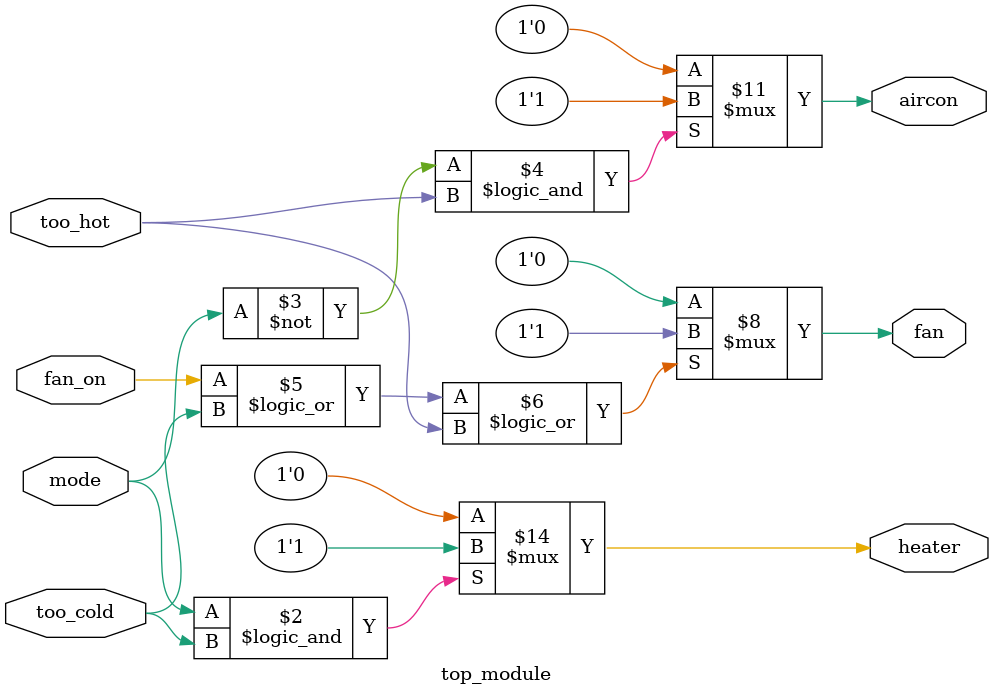
<source format=sv>
module top_module(
    input mode,
    input too_cold, 
    input too_hot,
    input fan_on,
    output reg heater,
    output reg aircon,
    output reg fan
);

always @(*) begin
    if (mode && too_cold)
        heater = 1;
    else
        heater = 0;

    if (mode == 0 && too_hot)
        aircon = 1;
    else
        aircon = 0;
    
    if (fan_on || too_cold || too_hot)
        fan = 1;
    else
        fan = 0;
end

endmodule

</source>
